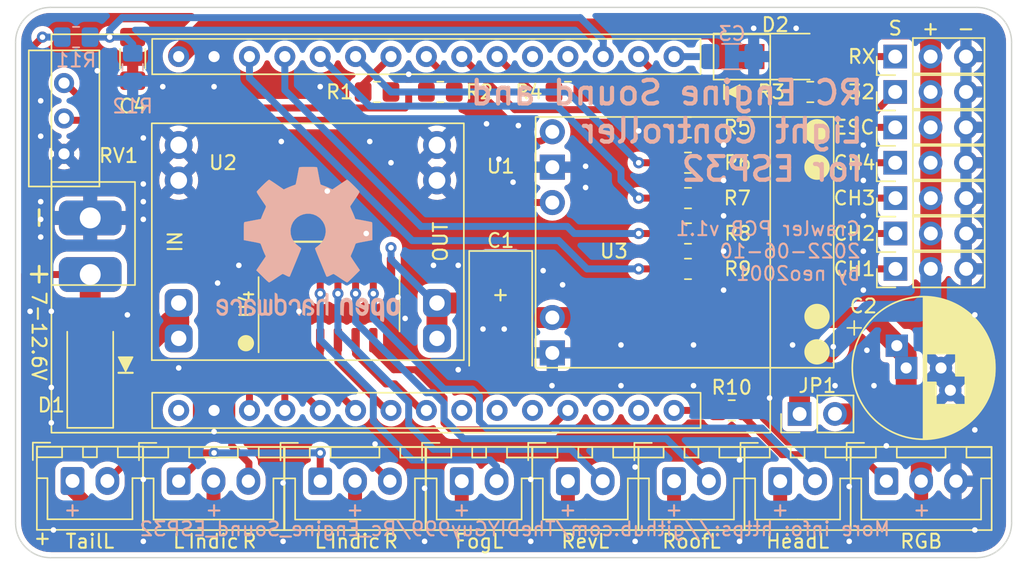
<source format=kicad_pcb>
(kicad_pcb (version 20211014) (generator pcbnew)
  (layers (0 "F.Cu" signal) (31 "B.Cu" signal) (34 "B.Paste" user) (35 "F.Paste" user) (36 "B.SilkS" user "B.Silkscreen") (37 "F.SilkS" user "F.Silkscreen") (38 "B.Mask" user) (39 "F.Mask" user) (44 "Edge.Cuts" user))
  (net 0 "")
  (net 1 "/EN_PIN")
  (net 2 "-BATT")
  (net 3 "VCC")
  (net 4 "D15")
  (net 5 "D2")
  (net 6 "D4")
  (net 7 "D16")
  (net 8 "D17")
  (net 9 "D5")
  (net 11 "VDD")
  (net 12 "/BATT_VIN")
  (net 15 "+BATT")
  (net 16 "D36")
  (net 17 "D3")
  (net 20 "D32")
  (net 21 "D25")
  (net 22 "D26")
  (net 23 "D39")
  (net 25 "/VDD_VIN")
  (net 26 "/RX")
  (net 27 "HEADLIGHTS")
  (net 28 "TAILLIGHTS")
  (net 29 "ROOFLIGHTS")
  (net 30 "REVERSING")
  (net 31 "INDICATOR_L")
  (net 32 "INDICATOR_R")
  (net 33 "/RGB")
  (net 34 "/PIN_32")
  (net 35 "/CH1")
  (net 36 "/CH2")
  (net 37 "/CH3")
  (net 38 "FOGLIGHTS")
  (net 39 "D33")
  (net 40 "D13")
  (net 41 "D12")
  (net 42 "D14")
  (net 43 "/ESC")
  (net 44 "/CH4")
  (net 45 "D27")
  (net 47 "D23")
  (net 49 "/AUDIO_JOINT")
  (net 50 "/AUDIO_INPUT")
  (footprint "cf:PAM8403_NOSPEAKER_BreakoutBoard" (layer "F.Cu") (at 129.032 62.865 -90)
    (fp_text reference "U3")
    (fp_text value "PAM8403_BreakoutBoard")
  )
  (footprint "Connector_PinHeader_2.54mm:PinHeader_1x03_P2.54mm_Vertical" (layer "F.Cu") (at 144.16 62.23 90)
    (fp_text reference "J13")
    (fp_text value "CH2")
  )
  (footprint "Connector_PinHeader_2.54mm:PinHeader_1x03_P2.54mm_Vertical" (layer "F.Cu") (at 144.145 52.07 90)
    (fp_text reference "J11")
    (fp_text value "32")
  )
  (footprint "Resistor_SMD:R_0805_2012Metric_Pad1.20x1.40mm_HandSolder" (layer "F.Cu") (at 111.49 52.07 180)
    (fp_text reference "R1")
    (fp_text value "10kΩ")
  )
  (footprint "Resistor_SMD:R_0805_2012Metric_Pad1.20x1.40mm_HandSolder" (layer "F.Cu") (at 106.95 52.07)
    (fp_text reference "R2")
    (fp_text value "10kΩ")
  )
  (footprint "Connector_JST:JST_XH_B3B-XH-A_1x03_P2.50mm_Vertical" (layer "F.Cu") (at 92.71 80.01)
    (fp_text reference "J7")
    (fp_text value "Indic")
  )
  (footprint "Resistor_SMD:R_0805_2012Metric_Pad1.20x1.40mm_HandSolder" (layer "F.Cu") (at 129.27 59.69)
    (fp_text reference "R7")
    (fp_text value "330Ω")
  )
  (footprint "Capacitor_SMD:C_1206_3216Metric_Pad1.33x1.80mm_HandSolder" (layer "F.Cu") (at 89.408 49.6955 -90)
    (fp_text reference "C4")
    (fp_text value "100nF")
  )
  (footprint "Connector_JST:JST_XH_B2B-XH-A_1x02_P2.50mm_Vertical" (layer "F.Cu") (at 128.27 80.01)
    (fp_text reference "J4")
    (fp_text value "RoofL")
  )
  (footprint "Connector_JST:JST_XH_B2B-XH-A_1x02_P2.50mm_Vertical" (layer "F.Cu") (at 113.03 80.01)
    (fp_text reference "J9")
    (fp_text value "FogL")
  )
  (footprint "Connector_JST:JST_XH_B2B-XH-A_1x02_P2.50mm_Vertical" (layer "F.Cu") (at 85.09 79.993)
    (fp_text reference "J3")
    (fp_text value "TailL")
  )
  (footprint "Capacitor_THT:CP_Radial_D10.0mm_P2.50mm_P5.00mm" (layer "F.Cu") (at 144.932323 71.882)
    (fp_text reference "C2")
    (fp_text value "1mF")
  )
  (footprint "Connector_PinHeader_2.54mm:PinHeader_1x03_P2.54mm_Vertical" (layer "F.Cu") (at 144.16 59.69 90)
    (fp_text reference "J14")
    (fp_text value "CH3")
  )
  (footprint "Potentiometer_THT:Potentiometer_Bourns_3296W_Vertical" (layer "F.Cu") (at 84.48 51.43 90)
    (fp_text reference "RV1")
    (fp_text value "20kΩ")
  )
  (footprint "Connector_PinHeader_2.54mm:PinHeader_1x02_P2.54mm_Vertical" (layer "F.Cu") (at 137.282 75.184 90)
    (fp_text reference "JP1")
    (fp_text value "VCC VDD Bridge")
  )
  (footprint "cf:SO-16_3.9x9.9mm_P1.27mm" (layer "F.Cu") (at 103.505 67.31 90)
    (fp_text reference "U4")
    (fp_text value "ULN2003")
  )
  (footprint "cf:DiodePolaritySilkscreenSymbol" (layer "F.Cu") (at 88.9 72.23)
    (fp_text reference "REF**" hide)
    (fp_text value "DiodePolaritySilkscreenSymbol" hide)
  )
  (footprint "Capacitor_Tantalum_SMD:CP_EIA-7343-30_AVX-N_Pad2.25x2.55mm_HandSolder" (layer "F.Cu") (at 115.824 68.072 -90)
    (fp_text reference "C1")
    (fp_text value "330µF")
  )
  (footprint "Resistor_SMD:R_0805_2012Metric_Pad1.20x1.40mm_HandSolder" (layer "F.Cu") (at 132.4102 74.93)
    (fp_text reference "R10")
    (fp_text value "100Ω")
  )
  (footprint "Resistor_SMD:R_0805_2012Metric_Pad1.20x1.40mm_HandSolder" (layer "F.Cu") (at 129.27 54.61)
    (fp_text reference "R5")
    (fp_text value "330Ω")
  )
  (footprint "Connector_PinHeader_2.54mm:PinHeader_1x03_P2.54mm_Vertical" (layer "F.Cu") (at 144.16 64.77 90)
    (fp_text reference "J12")
    (fp_text value "CH1")
  )
  (footprint "Connector_PinHeader_2.54mm:PinHeader_1x03_P2.54mm_Vertical" (layer "F.Cu") (at 144.145 57.15 90)
    (fp_text reference "J16")
    (fp_text value "CH4")
  )
  (footprint "Resistor_SMD:R_0805_2012Metric_Pad1.20x1.40mm_HandSolder" (layer "F.Cu") (at 129.27 62.23)
    (fp_text reference "R8")
    (fp_text value "330Ω")
  )
  (footprint "Connector_JST:JST_XH_B3B-XH-A_1x03_P2.50mm_Vertical" (layer "F.Cu") (at 102.87 80.01)
    (fp_text reference "J6")
    (fp_text value "Indic")
  )
  (footprint "Connector_JST:JST_XH_B2B-XH-A_1x02_P2.50mm_Vertical" (layer "F.Cu") (at 135.89 80.01)
    (fp_text reference "J2")
    (fp_text value "HeadL")
  )
  (footprint "Resistor_SMD:R_0805_2012Metric_Pad1.20x1.40mm_HandSolder" (layer "F.Cu") (at 129.27 57.15)
    (fp_text reference "R6")
    (fp_text value "330Ω")
  )
  (footprint "Resistor_SMD:R_0805_2012Metric_Pad1.20x1.40mm_HandSolder" (layer "F.Cu") (at 120.65 52.07)
    (fp_text reference "R4")
    (fp_text value "180Ω")
  )
  (footprint "Diode_SMD:D_SMA_Handsoldering" (layer "F.Cu") (at 86.36 71.7804 90)
    (fp_text reference "D1")
    (fp_text value "Battery Polarity Protection")
  )
  (footprint "Connector_PinHeader_2.54mm:PinHeader_1x03_P2.54mm_Vertical" (layer "F.Cu") (at 144.145 54.61 90)
    (fp_text reference "J15")
    (fp_text value "ESC")
  )
  (footprint "cf:MP1584EN_BreakoutBoard" (layer "F.Cu") (at 101.981 62.82 90)
    (fp_text reference "U2")
    (fp_text value "MP1584EN_BreakoutBoard")
  )
  (footprint "cf:DiodePolaritySilkscreenSymbol" (layer "F.Cu") (at 131.87012 52.07 -90)
    (fp_text reference "REF**" hide)
    (fp_text value "DiodePolaritySilkscreenSymbol" hide)
  )
  (footprint "cf:ESP32_DEVKITV1_30PIN" (layer "F.Cu") (at 110.49 62.23)
    (fp_text reference "U1")
    (fp_text value "ESP32_DEVKITV1_30PIN")
  )
  (footprint "Connector_PinHeader_2.54mm:PinHeader_1x03_P2.54mm_Vertical" (layer "F.Cu") (at 144.145 49.53 90)
    (fp_text reference "J1")
    (fp_text value "RX")
  )
  (footprint "cf:InputPowerSolderPads" (layer "F.Cu") (at 86.36 63.1444 180)
    (fp_text reference "J8")
    (fp_text value "Battery input")
  )
  (footprint "Diode_SMD:D_SMA_Handsoldering" (layer "F.Cu") (at 135.509 49.53)
    (fp_text reference "D2")
    (fp_text value "USB Supply Protection")
  )
  (footprint "Connector_JST:JST_XH_B2B-XH-A_1x02_P2.50mm_Vertical" (layer "F.Cu") (at 120.65 80.01)
    (fp_text reference "J5")
    (fp_text value "RevL")
  )
  (footprint "Connector_JST:JST_XH_B3B-XH-A_1x03_P2.50mm_Vertical" (layer "F.Cu") (at 143.51 80.01)
    (fp_text reference "J10")
    (fp_text value "RGB")
  )
  (footprint "Resistor_SMD:R_0805_2012Metric_Pad1.20x1.40mm_HandSolder" (layer "F.Cu") (at 138.049 52.07)
    (fp_text reference "R3")
    (fp_text value "330Ω")
  )
  (footprint "Resistor_SMD:R_0805_2012Metric_Pad1.20x1.40mm_HandSolder" (layer "F.Cu") (at 129.27 64.77)
    (fp_text reference "R9")
    (fp_text value "330Ω")
  )
  (footprint "Capacitor_SMD:C_1206_3216Metric_Pad1.33x1.80mm_HandSolder" (layer "B.Cu") (at 132.4225 49.53)
    (fp_text reference "C3")
    (fp_text value "4.7µF")
  )
  (footprint "Symbol:OSHW-Logo2_14.6x12mm_SilkScreen" (layer "B.Cu") (at 102 63 180)
    (fp_text reference "REF**" hide)
    (fp_text value "OSHW-Logo2_14.6x12mm_SilkScreen" hide)
  )
  (footprint "Resistor_SMD:R_0805_2012Metric_Pad1.20x1.40mm_HandSolder" (layer "B.Cu") (at 89.408 50.292 -90)
    (fp_text reference "R12")
    (fp_text value "100kΩ")
  )
  (footprint "Resistor_SMD:R_0805_2012Metric_Pad1.20x1.40mm_HandSolder" (layer "B.Cu") (at 85.344 48.133)
    (fp_text reference "R11")
    (fp_text value "22kΩ")
  )
  (gr_circle (center 97.536 70.104) (end 98.044 70.104) (layer "F.SilkS") (width 0.15) (fill solid))
  (gr_line (start 152.5 48.5) (end 152.5 83) (layer "Edge.Cuts") (width 0.1))
  (gr_arc (start 150 46) (mid 151.767767 46.732233) (end 152.5 48.5) (layer "Edge.Cuts") (width 0.1))
  (gr_line (start 83.5 46) (end 150 46) (layer "Edge.Cuts") (width 0.1))
  (gr_arc (start 83.5 85.5) (mid 81.732233 84.767767) (end 81 83) (layer "Edge.Cuts") (width 0.1))
  (gr_line (start 150 85.5) (end 83.5 85.5) (layer "Edge.Cuts") (width 0.1))
  (gr_arc (start 152.5 83) (mid 151.767767 84.767767) (end 150 85.5) (layer "Edge.Cuts") (width 0.1))
  (gr_line (start 81 83) (end 81 48.5) (layer "Edge.Cuts") (width 0.1))
  (gr_arc (start 81 48.5) (mid 81.732233 46.732233) (end 83.5 46) (layer "Edge.Cuts") (width 0.1))
  (gr_text "More info: https://github.com/TheDIYGuy999/Rc_Engine_Sound_ESP32" (at 116.84 83.439) (layer "B.SilkS") (effects (font (size 1 1)) (justify mirror)))
  (gr_text "+" (at 113.03 82.042) (layer "B.SilkS") (effects (font (size 1 1))))
  (gr_text "+" (at 128.27 82.042) (layer "B.SilkS") (effects (font (size 1 1))))
  (gr_text "Crawler PCB v1.1\n2022-06-10\nby neo2001" (at 141.732 63.5) (layer "B.SilkS") (effects (font (size 1 1)) (justify left mirror)))
  (gr_text "+" (at 120.65 82.042) (layer "B.SilkS") (effects (font (size 1 1))))
  (gr_text "+" (at 105.37 82.042) (layer "B.SilkS") (effects (font (size 1 1))))
  (gr_text "RC Engine Sound and\nLight Controller\nfor ESP32" (at 141.986 54.864) (layer "B.SilkS") (effects (font (size 1.7 1.7) (thickness 0.3)) (justify left mirror)))
  (gr_text "+" (at 85.09 82.042) (layer "B.SilkS") (effects (font (size 1 1))))
  (gr_text "+" (at 146.05 82.042) (layer "B.SilkS") (effects (font (size 1 1))))
  (gr_text "+" (at 95.25 82.042) (layer "B.SilkS") (effects (font (size 1 1))))
  (gr_text "+" (at 135.89 82.042) (layer "B.SilkS") (effects (font (size 1 1))))
  (gr_text "L" (at 92.71 84.328) (layer "F.SilkS") (effects (font (size 1 1))))
  (gr_text "R" (at 97.79 84.328) (layer "F.SilkS") (effects (font (size 1 1))))
  (gr_text "+" (at 115.81 66.58) (layer "F.SilkS") (effects (font (size 1 1))))
  (gr_text "+" (at 82.931 84.074) (layer "F.SilkS") (effects (font (size 1 1))))
  (gr_text "7-12.6V" (at 82.677 69.596 270) (layer "F.SilkS") (effects (font (size 1 1))))
  (gr_text "+" (at 146.685 47.498) (layer "F.SilkS") (effects (font (size 1 1))))
  (gr_text "L" (at 102.87 84.328) (layer "F.SilkS") (effects (font (size 1 1))))
  (gr_text "-" (at 149.225 47.498) (layer "F.SilkS") (effects (font (size 1 1))))
  (gr_text "S" (at 144.145 47.498) (layer "F.SilkS") (effects (font (size 1 1))))
  (gr_text "R" (at 107.95 84.328) (layer "F.SilkS") (effects (font (size 1 1))))
  (segment (start 128.27 49.53) (end 130.86 49.53) (width 0.5) (layer "B.Cu") (net 1))
  (via (at 108.966 68.326) (size 0.8) (drill 0.4) (layers "F.Cu" "B.Cu") (net 2))
  (via (at 142.113 70.612) (size 0.8) (drill 0.4) (layers "F.Cu" "B.Cu") (net 2))
  (via (at 141.859 58.42) (size 0.8) (drill 0.4) (layers "F.Cu" "B.Cu") (net 2))
  (via (at 124.46 73.152) (size 0.8) (drill 0.4) (layers "F.Cu" "B.Cu") (net 2))
  (via (at 110.363 80.518) (size 0.8) (drill 0.4) (layers "F.Cu" "B.Cu") (net 2))
  (via (at 112.776 72.009) (size 0.8) (drill 0.4) (layers "F.Cu" "B.Cu") (net 2))
  (via (at 149.86 68.072) (size 0.8) (drill 0.4) (layers "F.Cu" "B.Cu") (net 2))
  (via (at 82.804 59.944) (size 0.8) (drill 0.4) (layers "F.Cu" "B.Cu") (net 2))
  (via (at 82.804 62.484) (size 0.8) (drill 0.4) (layers "F.Cu" "B.Cu") (net 2))
  (via (at 83.566 73.279) (size 0.8) (drill 0.4) (layers "F.Cu" "B.Cu") (net 2))
  (via (at 143.51 77.47) (size 0.8) (drill 0.4) (layers "F.Cu" "B.Cu") (net 2))
  (via (at 118.872 64.897) (size 0.8) (drill 0.4) (layers "F.Cu" "B.Cu") (net 2))
  (via (at 90.17 84.328) (size 0.8) (drill 0.4) (layers "F.Cu" "B.Cu") (net 2))
  (via (at 90.17 61.214) (size 0.8) (drill 0.4) (layers "F.Cu" "B.Cu") (net 2))
  (via (at 83.7184 83.5152) (size 0.8) (drill 0.4) (layers "F.Cu" "B.Cu") (net 2))
  (via (at 131.826 63.5) (size 0.8) (drill 0.4) (layers "F.Cu" "B.Cu") (net 2))
  (via (at 82.042 67.818) (size 0.8) (drill 0.4) (layers "F.Cu" "B.Cu") (net 2))
  (via (at 82.804 52.705) (size 0.8) (drill 0.4) (layers "F.Cu" "B.Cu") (net 2))
  (via (at 149.86 83.5152) (size 0.8) (drill 0.4) (layers "F.Cu" "B.Cu") (net 2))
  (via (at 89.027 68.072) (size 0.8) (drill 0.4) (layers "F.Cu" "B.Cu") (net 2))
  (via (at 132.969 84.328) (size 0.8) (drill 0.4) (layers "F.Cu" "B.Cu") (net 2))
  (via (at 90.17 58.674) (size 0.8) (drill 0.4) (layers "F.Cu" "B.Cu") (net 2))
  (via (at 141.859 55.88) (size 0.8) (drill 0.4) (layers "F.Cu" "B.Cu") (net 2))
  (via (at 125.73 54.864) (size 0.8) (drill 0.4) (layers "F.Cu" "B.Cu") (net 2))
  (via (at 86.868 50.546) (size 0.8) (drill 0.4) (layers "F.Cu" "B.Cu") (net 2))
  (via (at 133.985 47.498) (size 0.8) (drill 0.4) (layers "F.Cu" "B.Cu") (net 2))
  (via (at 97.028 64.516) (size 0.8) (drill 0.4) (layers "F.Cu" "B.Cu") (net 2))
  (via (at 135.128 74.041) (size 0.8) (drill 0.4) (layers "F.Cu" "B.Cu") (net 2))
  (via (at 116.713 58.547) (size 0.8) (drill 0.4) (layers "F.Cu" "B.Cu") (net 2))
  (via (at 141.859 66.294) (size 0.8) (drill 0.4) (layers "F.Cu" "B.Cu") (net 2))
  (via (at 106.807 77.343) (size 0.8) (drill 0.4) (layers "F.Cu" "B.Cu") (net 2))
  (via (at 90.17 79.883) (size 0.8) (drill 0.4) (layers "F.Cu" "B.Cu") (net 2))
  (via (at 114.554 69.088) (size 0.8) (drill 0.4) (layers "F.Cu" "B.Cu") (net 2))
  (via (at 90.17 55.372) (size 0.8) (drill 0.4) (layers "F.Cu" "B.Cu") (net 2))
  (via (at 120.269 65.913) (size 0.8) (drill 0.4) (layers "F.Cu" "B.Cu") (net 2))
  (via (at 95.25 51.689) (size 0.8) (drill 0.4) (layers "F.Cu" "B.Cu") (net 2))
  (via (at 106.426 55.626) (size 0.8) (drill 0.4) (layers "F.Cu" "B.Cu") (net 2))
  (via (at 137.033 47.498) (size 0.8) (drill 0.4) (layers "F.Cu" "B.Cu") (net 2))
  (via (at 131.826 55.88) (size 0.8) (drill 0.4) (layers "F.Cu" "B.Cu") (net 2))
  (via (at 124.46 70.231) (size 0.8) (drill 0.4) (layers "F.Cu" "B.Cu") (net 2))
  (via (at 139.827 73.152) (size 0.8) (drill 0.4) (layers "F.Cu" "B.Cu") (net 2))
  (via (at 131.826 66.294) (size 0.8) (drill 0.4) (layers "F.Cu" "B.Cu") (net 2))
  (via (at 129.667 70.231) (size 0.8) (drill 0.4) (layers "F.Cu" "B.Cu") (net 2))
  (via (at 121.92 58.928) (size 0.8) (drill 0.4) (layers "F.Cu" "B.Cu") (net 2))
  (via (at 116.078 69.088) (size 0.8) (drill 0.4) (layers "F.Cu" "B.Cu") (net 2))
  (via (at 90.17 59.944) (size 0.8) (drill 0.4) (layers "F.Cu" "B.Cu") (net 2))
  (via (at 110.998 64.516) (size 0.8) (drill 0.4) (layers "F.Cu" "B.Cu") (net 2))
  (via (at 140.843 80.391) (size 0.8) (drill 0.4) (layers "F.Cu" "B.Cu") (net 2))
  (via (at 82.804 55.245) (size 0.8) (drill 0.4) (layers "F.Cu" "B.Cu") (net 2))
  (via (at 91.567 51.689) (size 0.8) (drill 0.4) (layers "F.Cu" "B.Cu") (net 2))
  (via (at 129.667 73.152) (size 0.8) (drill 0.4) (layers "F.Cu" "B.Cu") (net 2))
  (via (at 141.859 60.96) (size 0.8) (drill 0.4) (layers "F.Cu" "B.Cu") (net 2))
  (via (at 140.843 84.328) (size 0.8) (drill 0.4) (layers "F.Cu" "B.Cu") (net 2))
  (via (at 117.983 79.883) (size 0.8) (drill 0.4) (layers "F.Cu" "B.Cu") (net 2))
  (via (at 100.203 84.328) (size 0.8) (drill 0.4) (layers "F.Cu" "B.Cu") (net 2))
  (via (at 136.779 70.231) (size 0.8) (drill 0.4) (layers "F.Cu" "B.Cu") (net 2))
  (via (at 107.95 57.15) (size 0.8) (drill 0.4) (layers "F.Cu" "B.Cu") (net 2))
  (via (at 132.969 78.486) (size 0.8) (drill 0.4) (layers "F.Cu" "B.Cu") (net 2))
  (via (at 112.776 64.516) (size 0.8) (drill 0.4) (layers "F.Cu" "B.Cu") (net 2))
  (via (at 141.859 63.5) (size 0.8) (drill 0.4) (layers "F.Cu" "B.Cu") (net 2))
  (via (at 119.507 73.152) (size 0.8) (drill 0.4) (layers "F.Cu" "B.Cu") (net 2))
  (via (at 83.566 67.818) (size 0.8) (drill 0.4) (layers "F.Cu" "B.Cu") (net 2))
  (via (at 121.92 57.404) (size 0.8) (drill 0.4) (layers "F.Cu" "B.Cu") (net 2))
  (via (at 83.566 75.819) (size 0.8) (drill 0.4) (layers "F.Cu" "B.Cu") (net 2))
  (via (at 125.476 78.994) (size 0.8) (drill 0.4) (layers "F.Cu" "B.Cu") (net 2))
  (via (at 114.808 54.356) (size 0.8) (drill 0.4) (layers "F.Cu" "B.Cu") (net 2))
  (via (at 102.87 51.689) (size 0.8) (drill 0.4) (layers "F.Cu" "B.Cu") (net 2))
  (via (at 100.203 80.137) (size 0.8) (drill 0.4) (layers "F.Cu" "B.Cu") (net 2))
  (via (at 131.826 58.42) (size 0.8) (drill 0.4) (layers "F.Cu" "B.Cu") (net 2))
  (via (at 117.094 54.483) (size 0.8) (drill 0.4) (layers "F.Cu" "B.Cu") (net 2))
  (via (at 110.363 84.328) (size 0.8) (drill 0.4) (layers "F.Cu" "B.Cu") (net 2))
  (via (at 92.71 71.882) (size 0.8) (drill 0.4) (layers "F.Cu" "B.Cu") (net 2))
  (via (at 125.476 84.328) (size 0.8) (drill 0.4) (layers "F.Cu" "B.Cu") (net 2))
  (via (at 117.983 84.328) (size 0.8) (drill 0.4) (layers "F.Cu" "B.Cu") (net 2))
  (via (at 106.172 62.23) (size 0.8) (drill 0.4) (layers "F.Cu" "B.Cu") (net 2))
  (via (at 101.346 67.818) (size 0.8) (drill 0.4) (layers "F.Cu" "B.Cu") (net 2))
  (via (at 82.804 61.214) (size 0.8) (drill 0.4) (layers "F.Cu" "B.Cu") (net 2))
  (via (at 131.826 60.96) (size 0.8) (drill 0.4) (layers "F.Cu" "B.Cu") (net 2))
  (via (at 100.076 55.626) (size 0.8) (drill 0.4) (layers "F.Cu" "B.Cu") (net 2))
  (via (at 103.378 59.182) (size 0.8) (drill 0.4) (layers "F.Cu" "B.Cu") (net 2))
  (via (at 149.86 76.327) (size 0.8) (drill 0.4) (layers "F.Cu" "B.Cu") (net 2))
  (via (at 115.697 56.896) (size 0.8) (drill 0.4) (layers "F.Cu" "B.Cu") (net 2))
  (via (at 95.25 76.454) (size 0.8) (drill 0.4) (layers "F.Cu" "B.Cu") (net 2))
  (via (at 108.458 66.802) (size 0.8) (drill 0.4) (layers "F.Cu" "B.Cu") (net 2))
  (via (at 109.22 50.8) (size 0.8) (drill 0.4) (layers "F.Cu" "B.Cu") (net 2))
  (via (at 142.621 73.152) (size 0.8) (drill 0.4) (layers "F.Cu" "B.Cu") (net 2))
  (via (at 95.504 65.786) (size 0.8) (drill 0.4) (layers "F.Cu" "B.Cu") (net 2))
  (segment (start 94.996 82.55) (end 86.995 82.55) (width 1) (layer "F.Cu") (net 3))
  (segment (start 118.135 68.2625) (end 117.0925 67.22) (width 1.5) (layer "F.Cu") (net 3))
  (segment (start 146.01 76.411699) (end 146.01 80.01) (width 1.5) (layer "F.Cu") (net 3))
  (segment (start 146.01 80.01) (end 146.01 81.574) (width 1) (layer "F.Cu") (net 3))
  (segment (start 144.261386 70.220386) (end 142.3035 68.2625) (width 1.5) (layer "F.Cu") (net 3))
  (segment (start 135.89 82.55) (end 128.27 82.55) (width 1) (layer "F.Cu") (net 3))
  (segment (start 115.824 64.872) (end 115.824 67.056) (width 1.5) (layer "F.Cu") (net 3))
  (segment (start 115.824 67.056) (end 115.988 67.22) (width 1.5) (layer "F.Cu") (net 3))
  (segment (start 144.782301 75.184) (end 144.932323 75.334022) (width 1.5) (layer "F.Cu") (net 3))
  (segment (start 113.03 80.01) (end 113.03 82.55) (width 1) (layer "F.Cu") (net 3))
  (segment (start 128.27 82.55) (end 120.65 82.55) (width 1) (layer "F.Cu") (net 3))
  (segment (start 135.89 80.01) (end 135.89 82.55) (width 1) (layer "F.Cu") (net 3))
  (segment (start 145.034 82.55) (end 135.89 82.55) (width 1) (layer "F.Cu") (net 3))
  (segment (start 107.95 64.735) (end 107.95 63.246) (width 0.5) (layer "F.Cu") (net 3))
  (segment (start 120.65 80.01) (end 120.65 82.55) (width 1) (layer "F.Cu") (net 3))
  (segment (start 144.932323 71.882) (end 144.932323 75.334022) (width 1.5) (layer "F.Cu") (net 3))
  (segment (start 144.932323 70.952937) (end 144.261386 70.282) (width 1.5) (layer "F.Cu") (net 3))
  (segment (start 95.21 82.336) (end 94.996 82.55) (width 1) (layer "F.Cu") (net 3))
  (segment (start 146.01 81.574) (end 145.034 82.55) (width 1) (layer "F.Cu") (net 3))
  (segment (start 111.252 67.22) (end 111.252 69.76) (width 1.5) (layer "F.Cu") (net 3))
  (segment (start 144.932323 71.882) (end 144.932323 70.952937) (width 1.5) (layer "F.Cu") (net 3))
  (segment (start 120.65 82.55) (end 113.03 82.55) (width 1) (layer "F.Cu") (net 3))
  (segment (start 113.03 82.55) (end 105.156 82.55) (width 1) (layer "F.Cu") (net 3))
  (segment (start 105.156 82.55) (end 94.996 82.55) (width 1) (layer "F.Cu") (net 3))
  (segment (start 117.0925 67.22) (end 115.988 67.22) (width 1.5) (layer "F.Cu") (net 3))
  (segment (start 105.37 80.01) (end 105.37 82.336) (width 1) (layer "F.Cu") (net 3))
  (segment (start 144.261386 70.282) (end 144.261386 70.220386) (width 1.5) (layer "F.Cu") (net 3))
  (segment (start 86.995 82.55) (end 85.09 80.645) (width 1) (layer "F.Cu") (net 3))
  (segment (start 139.822 75.184) (end 144.782301 75.184) (width 1.5) (layer "F.Cu") (net 3))
  (segment (start 95.21 80.01) (end 95.21 82.336) (width 1) (layer "F.Cu") (net 3))
  (segment (start 85.09 80.645) (end 85.09 80.01) (width 1) (layer "F.Cu") (net 3))
  (segment (start 144.932323 75.334022) (end 146.01 76.411699) (width 1.5) (layer "F.Cu") (net 3))
  (segment (start 105.37 82.336) (end 105.156 82.55) (width 1) (layer "F.Cu") (net 3))
  (segment (start 142.3035 68.2625) (end 118.135 68.2625) (width 1.5) (layer "F.Cu") (net 3))
  (segment (start 111.252 67.22) (end 115.988 67.22) (width 1.5) (layer "F.Cu") (net 3))
  (segment (start 128.27 80.01) (end 128.27 82.55) (width 1) (layer "F.Cu") (net 3))
  (via (at 107.95 63.246) (size 0.8) (drill 0.4) (layers "F.Cu" "B.Cu") (net 3))
  (segment (start 107.95 64.09) (end 111.08 67.22) (width 0.5) (layer "B.Cu") (net 3))
  (segment (start 107.95 63.246) (end 107.95 64.09) (width 0.5) (layer "B.Cu") (net 3))
  (segment (start 99.06 71.755) (end 99.06 69.885) (width 0.5) (layer "F.Cu") (net 4))
  (segment (start 97.79 74.93) (end 97.79 73.025) (width 0.5) (layer "F.Cu") (net 4))
  (segment (start 97.79 73.025) (end 99.06 71.755) (width 0.5) (layer "F.Cu") (net 4))
  (segment (start 100.33 74.93) (end 100.33 69.885) (width 0.5) (layer "F.Cu") (net 5))
  (segment (start 101.6 73.66) (end 101.6 69.885) (width 0.5) (layer "F.Cu") (net 6))
  (segment (start 102.87 74.93) (end 101.6 73.66) (width 0.5) (layer "F.Cu") (net 6))
  (segment (start 105.41 74.93) (end 102.87 72.39) (width 0.5) (layer "F.Cu") (net 7))
  (segment (start 102.87 72.39) (end 102.87 69.885) (width 0.5) (layer "F.Cu") (net 7))
  (segment (start 107.6325 74.93) (end 104.14 71.4375) (width 0.5) (layer "F.Cu") (net 8))
  (segment (start 104.14 71.4375) (end 104.14 69.885) (width 0.5) (layer "F.Cu") (net 8))
  (segment (start 107.569 73.025) (end 105.41 70.866) (width 0.5) (layer "F.Cu") (net 9))
  (segment (start 110.13573 74.93) (end 108.23073 73.025) (width 0.5) (layer "F.Cu") (net 9))
  (segment (start 105.41 70.866) (end 105.41 69.885) (width 0.5) (layer "F.Cu") (net 9))
  (segment (start 108.23073 73.025) (end 107.569 73.025) (width 0.5) (layer "F.Cu") (net 9))
  (segment (start 139.9902 47.5488) (end 138.009 49.53) (width 1.5) (layer "F.Cu") (net 11))
  (segment (start 146.685 48.327919) (end 145.905881 47.5488) (width 1.5) (layer "F.Cu") (net 11))
  (segment (start 145.905881 47.5488) (end 139.9902 47.5488) (width 1.5) (layer "F.Cu") (net 11))
  (segment (start 139.7 70.358) (end 137.282 72.776) (width 1.5) (layer "F.Cu") (net 11))
  (segment (start 146.685 49.53) (end 146.685 48.327919) (width 1.5) (layer "F.Cu") (net 11))
  (segment (start 137.282 72.776) (end 137.282 75.184) (width 1.5) (layer "F.Cu") (net 11))
  (segment (start 146.7 64.77) (end 146.7 49.545) (width 1.5) (layer "F.Cu") (net 11))
  (via (at 139.7 70.358) (size 0.8) (drill 0.4) (layers "F.Cu" "B.Cu") (net 11))
  (segment (start 145.796 67.818) (end 146.7 66.914) (width 1.5) (layer "B.Cu") (net 11))
  (segment (start 142.24 67.818) (end 145.796 67.818) (width 1.5) (layer "B.Cu") (net 11))
  (segment (start 146.7 66.914) (end 146.7 64.77) (width 1.5) (layer "B.Cu") (net 11))
  (segment (start 139.7 70.358) (end 142.24 67.818) (width 1.5) (layer "B.Cu") (net 11))
  (segment (start 92.71 67.22) (end 92.71 68.58) (width 1.5) (layer "F.Cu") (net 12))
  (segment (start 92.075 68.58) (end 92.71 68.58) (width 1.5) (layer "F.Cu") (net 12))
  (segment (start 86.3746 74.2804) (end 92.075 68.58) (width 1.5) (layer "F.Cu") (net 12))
  (segment (start 92.71 68.58) (end 92.71 69.76) (width 1.5) (layer "F.Cu") (net 12))
  (segment (start 81.788 64.135) (end 81.788 49.276) (width 0.5) (layer "F.Cu") (net 15))
  (segment (start 82.8294 65.1764) (end 81.788 64.135) (width 0.5) (layer "F.Cu") (net 15))
  (segment (start 86.36 65.1764) (end 86.36 69.2804) (width 1.5) (layer "F.Cu") (net 15))
  (segment (start 81.788 49.276) (end 82.931 48.133) (width 0.5) (layer "F.Cu") (net 15))
  (segment (start 86.36 65.1764) (end 82.8294 65.1764) (width 0.5) (layer "F.Cu") (net 15))
  (via (at 82.931 48.133) (size 0.8) (drill 0.4) (layers "F.Cu" "B.Cu") (net 15))
  (segment (start 82.931 48.133) (end 84.344 48.133) (width 0.5) (layer "B.Cu") (net 15))
  (segment (start 131.064 52.07) (end 137.049 52.07) (width 0.5) (layer "F.Cu") (net 16))
  (segment (start 125.73 49.53) (end 127.381 51.181) (width 0.5) (layer "F.Cu") (net 16))
  (segment (start 130.175 51.181) (end 131.064 52.07) (width 0.5) (layer "F.Cu") (net 16))
  (segment (start 127.381 51.181) (end 130.175 51.181) (width 0.5) (layer "F.Cu") (net 16))
  (segment (start 119.253 76.327) (end 120.65 74.93) (width 0.5) (layer "F.Cu") (net 17))
  (segment (start 106.68 69.885) (end 106.68 70.538764) (width 0.5) (layer "F.Cu") (net 17))
  (segment (start 112.268 76.327) (end 119.253 76.327) (width 0.5) (layer "F.Cu") (net 17))
  (segment (start 108.150236 72.009) (end 109.728 72.009) (width 0.5) (layer "F.Cu") (net 17))
  (segment (start 111.76 74.041) (end 111.76 75.819) (width 0.5) (layer "F.Cu") (net 17))
  (segment (start 109.728 72.009) (end 111.76 74.041) (width 0.5) (layer "F.Cu") (net 17))
  (segment (start 111.76 75.819) (end 112.268 76.327) (width 0.5) (layer "F.Cu") (net 17))
  (segment (start 106.68 70.538764) (end 108.150236 72.009) (width 0.5) (layer "F.Cu") (net 17))
  (segment (start 118.11 52.07) (end 119.65 52.07) (width 0.5) (layer "F.Cu") (net 20))
  (segment (start 115.57 49.53) (end 118.11 52.07) (width 0.5) (layer "F.Cu") (net 20))
  (segment (start 110.49 49.53) (end 112.49 51.53) (width 0.5) (layer "F.Cu") (net 21))
  (segment (start 112.49 51.53) (end 112.49 52.07) (width 0.5) (layer "F.Cu") (net 21))
  (segment (start 105.95 51.53) (end 105.95 52.07) (width 0.5) (layer "F.Cu") (net 22))
  (segment (start 107.95 49.53) (end 105.95 51.53) (width 0.5) (layer "F.Cu") (net 22))
  (segment (start 87.757 48.133) (end 89.408 48.133) (width 0.5) (layer "F.Cu") (net 23))
  (via (at 87.757 48.133) (size 0.8) (drill 0.4) (layers "F.Cu" "B.Cu") (net 23))
  (segment (start 87.757 48.133) (end 88.9 48.133) (width 0.5) (layer "B.Cu") (net 23))
  (segment (start 89.408 48.641) (end 89.408 49.292) (width 0.5) (layer "B.Cu") (net 23))
  (segment (start 87.757 48.133) (end 87.757 47.625) (width 0.5) (layer "B.Cu") (net 23))
  (segment (start 88.646 46.736) (end 121.539 46.736) (width 0.5) (layer "B.Cu") (net 23))
  (segment (start 121.539 46.736) (end 123.19 48.387) (width 0.5) (layer "B.Cu") (net 23))
  (segment (start 88.9 48.133) (end 89.408 48.641) (width 0.5) (layer "B.Cu") (net 23))
  (segment (start 87.757 47.625) (end 88.646 46.736) (width 0.5) (layer "B.Cu") (net 23))
  (segment (start 86.344 48.133) (end 87.757 48.133) (width 0.5) (layer "B.Cu") (net 23))
  (segment (start 123.19 48.387) (end 123.19 49.53) (width 0.5) (layer "B.Cu") (net 23))
  (segment (start 92.71 49.446846) (end 92.71 49.53) (width 1.5) (layer "F.Cu") (net 25))
  (segment (start 131.0278 47.5488) (end 94.608046 47.5488) (width 1.5) (layer "F.Cu") (net 25))
  (segment (start 94.608046 47.5488) (end 92.71 49.446846) (width 1.5) (layer "F.Cu") (net 25))
  (segment (start 133.009 49.53) (end 131.0278 47.5488) (width 1.5) (layer "F.Cu") (net 25))
  (segment (start 140.208 52.07) (end 142.748 49.53) (width 0.5) (layer "F.Cu") (net 26))
  (segment (start 142.748 49.53) (end 144.145 49.53) (width 0.5) (layer "F.Cu") (net 26))
  (segment (start 139.049 52.07) (end 140.208 52.07) (width 0.5) (layer "F.Cu") (net 26))
  (segment (start 106.68 64.735) (end 106.68 66.548) (width 0.5) (layer "F.Cu") (net 27))
  (via (at 106.68 66.548) (size 0.8) (drill 0.4) (layers "F.Cu" "B.Cu") (net 27))
  (segment (start 106.68 68.326) (end 111.76 73.406) (width 0.5) (layer "B.Cu") (net 27))
  (segment (start 114.3 75.692) (end 114.808 76.2) (width 0.5) (layer "B.Cu") (net 27))
  (segment (start 134.58 76.2) (end 138.39 80.01) (width 0.5) (layer "B.Cu") (net 27))
  (segment (start 114.3 73.914) (end 114.3 75.692) (width 0.5) (layer "B.Cu") (net 27))
  (segment (start 114.808 76.2) (end 134.58 76.2) (width 0.5) (layer "B.Cu") (net 27))
  (segment (start 106.68 66.548) (end 106.68 68.326) (width 0.5) (layer "B.Cu") (net 27))
  (segment (start 113.792 73.406) (end 114.3 73.914) (width 0.5) (layer "B.Cu") (net 27))
  (segment (start 111.76 73.406) (end 113.792 73.406) (width 0.5) (layer "B.Cu") (net 27))
  (segment (start 94.8436 71.8058) (end 93.5482 73.1012) (width 0.5) (layer "F.Cu") (net 28))
  (segment (start 93.5482 73.1012) (end 91.5162 73.1012) (width 0.5) (layer "F.Cu") (net 28))
  (segment (start 90.1954 77.3876) (end 87.59 79.993) (width 0.5) (layer "F.Cu") (net 28))
  (segment (start 99.06 64.897) (end 94.8436 69.1134) (width 0.5) (layer "F.Cu") (net 28))
  (segment (start 94.8436 69.1134) (end 94.8436 71.8058) (width 0.5) (layer "F.Cu") (net 28))
  (segment (start 91.5162 73.1012) (end 90.1954 74.422) (width 0.5) (layer "F.Cu") (net 28))
  (segment (start 90.1954 74.422) (end 90.1954 77.3876) (width 0.5) (layer "F.Cu") (net 28))
  (segment (start 105.41 64.735) (end 105.41 66.548) (width 0.5) (layer "F.Cu") (net 29))
  (via (at 105.41 66.548) (size 0.8) (drill 0.4) (layers "F.Cu" "B.Cu") (net 29))
  (segment (start 110.49 73.66) (end 110.998 73.66) (width 0.5) (layer "B.Cu") (net 29))
  (segment (start 105.41 68.58) (end 110.49 73.66) (width 0.5) (layer "B.Cu") (net 29))
  (segment (start 113.15904 76.962) (end 127.722 76.962) (width 0.5) (layer "B.Cu") (net 29))
  (segment (start 111.76 75.56296) (end 113.15904 76.962) (width 0.5) (layer "B.Cu") (net 29))
  (segment (start 127.722 76.962) (end 130.77 80.01) (width 0.5) (layer "B.Cu") (net 29))
  (segment (start 111.76 74.422) (end 111.76 75.56296) (width 0.5) (layer "B.Cu") (net 29))
  (segment (start 105.41 66.548) (end 105.41 68.58) (width 0.5) (layer "B.Cu") (net 29))
  (segment (start 110.998 73.66) (end 111.76 74.422) (width 0.5) (layer "B.Cu") (net 29))
  (segment (start 104.14 64.735) (end 104.14 66.548) (width 0.5) (layer "F.Cu") (net 30))
  (via (at 104.14 66.548) (size 0.8) (drill 0.4) (layers "F.Cu" "B.Cu") (net 30))
  (segment (start 104.14 69.255817) (end 109.22 74.335817) (width 0.5) (layer "B.Cu") (net 30))
  (segment (start 120.864 77.724) (end 123.15 80.01) (width 0.5) (layer "B.Cu") (net 30))
  (segment (start 110.998 77.724) (end 120.864 77.724) (width 0.5) (layer "B.Cu") (net 30))
  (segment (start 109.22 75.946) (end 110.998 77.724) (width 0.5) (layer "B.Cu") (net 30))
  (segment (start 109.22 74.335817) (end 109.22 75.946) (width 0.5) (layer "B.Cu") (net 30))
  (segment (start 104.14 66.548) (end 104.14 69.255817) (width 0.5) (layer "B.Cu") (net 30))
  (segment (start 93.98 73.914) (end 93.98 77.978) (width 0.5) (layer "F.Cu") (net 31))
  (segment (start 102.87 77.978) (end 102.87 80.01) (width 0.5) (layer "F.Cu") (net 31))
  (segment (start 95.6818 69.9262) (end 95.6818 72.2122) (width 0.5) (layer "F.Cu") (net 31))
  (segment (start 95.25 77.978) (end 93.98 77.978) (width 0.5) (layer "F.Cu") (net 31))
  (segment (start 93.98 77.978) (end 93.98 78.74) (width 0.5) (layer "F.Cu") (net 31))
  (segment (start 100.33 65.278) (end 95.6818 69.9262) (width 0.5) (layer "F.Cu") (net 31))
  (segment (start 95.6818 72.2122) (end 93.98 73.914) (width 0.5) (layer "F.Cu") (net 31))
  (segment (start 93.98 78.74) (end 92.71 80.01) (width 0.5) (layer "F.Cu") (net 31))
  (via (at 102.87 77.978) (size 0.8) (drill 0.4) (layers "F.Cu" "B.Cu") (net 31))
  (via (at 95.25 77.978) (size 0.8) (drill 0.4) (layers "F.Cu" "B.Cu") (net 31))
  (segment (start 102.87 77.978) (end 95.25 77.978) (width 0.5) (layer "B.Cu") (net 31))
  (segment (start 101.6 64.735) (end 101.6 65.622151) (width 0.5) (layer "F.Cu") (net 32))
  (segment (start 101.6 65.622151) (end 96.52 70.702151) (width 0.5) (layer "F.Cu") (net 32))
  (segment (start 97.75 78.7) (end 97.75 80.01) (width 0.5) (layer "F.Cu") (net 32))
  (segment (start 96.52 76.454) (end 104.314 76.454) (width 0.5) (layer "F.Cu") (net 32))
  (segment (start 96.52 77.47) (end 97.75 78.7) (width 0.5) (layer "F.Cu") (net 32))
  (segment (start 96.52 70.702151) (end 96.52 77.47) (width 0.5) (layer "F.Cu") (net 32))
  (segment (start 104.314 76.454) (end 107.87 80.01) (width 0.5) (layer "F.Cu") (net 32))
  (segment (start 133.4102 74.93) (end 133.4102 75.4982) (width 0.5) (layer "F.Cu") (net 33))
  (segment (start 133.4102 75.4982) (end 136.017 78.105) (width 0.5) (layer "F.Cu") (net 33))
  (segment (start 136.017 78.105) (end 141.605 78.105) (width 0.5) (layer "F.Cu") (net 33))
  (segment (start 141.605 78.105) (end 143.51 80.01) (width 0.5) (layer "F.Cu") (net 33))
  (segment (start 130.048 52.324) (end 131.2926 53.5686) (width 0.5) (layer "F.Cu") (net 34))
  (segment (start 121.888 52.324) (end 130.048 52.324) (width 0.5) (layer "F.Cu") (net 34))
  (segment (start 142.6464 53.5686) (end 144.145 52.07) (width 0.5) (layer "F.Cu") (net 34))
  (segment (start 131.2926 53.5686) (end 142.6464 53.5686) (width 0.5) (layer "F.Cu") (net 34))
  (segment (start 130.27 64.77) (end 144.16 64.77) (width 0.5) (layer "F.Cu") (net 35))
  (segment (start 130.27 62.23) (end 144.16 62.23) (width 0.5) (layer "F.Cu") (net 36))
  (segment (start 130.27 59.69) (end 144.16 59.69) (width 0.5) (layer "F.Cu") (net 37))
  (segment (start 102.87 64.735) (end 102.87 66.548) (width 0.5) (layer "F.Cu") (net 38))
  (via (at 102.87 66.548) (size 0.8) (drill 0.4) (layers "F.Cu" "B.Cu") (net 38))
  (segment (start 102.87 69.85) (end 106.68 73.66) (width 0.5) (layer "B.Cu") (net 38))
  (segment (start 106.68 75.692) (end 109.474 78.486) (width 0.5) (layer "B.Cu") (net 38))
  (segment (start 109.474 78.486) (end 115.062 78.486) (width 0.5) (layer "B.Cu") (net 38))
  (segment (start 115.53 78.954) (end 115.53 80.01) (width 0.5) (layer "B.Cu") (net 38))
  (segment (start 102.87 66.548) (end 102.87 69.85) (width 0.5) (layer "B.Cu") (net 38))
  (segment (start 106.68 73.66) (end 106.68 75.692) (width 0.5) (layer "B.Cu") (net 38))
  (segment (start 115.062 78.486) (end 115.53 78.954) (width 0.5) (layer "B.Cu") (net 38))
  (segment (start 127 53.34) (end 116.84 53.34) (width 0.5) (layer "F.Cu") (net 39))
  (segment (start 128.27 54.61) (end 127 53.34) (width 0.5) (layer "F.Cu") (net 39))
  (segment (start 116.84 53.34) (end 113.03 49.53) (width 0.5) (layer "F.Cu") (net 39))
  (segment (start 128.27 64.77) (end 125.73 64.77) (width 0.5) (layer "F.Cu") (net 40))
  (via (at 125.73 64.77) (size 0.8) (drill 0.4) (layers "F.Cu" "B.Cu") (net 40))
  (segment (start 119.9896 62.738) (end 122.0216 64.77) (width 0.5) (layer "B.Cu") (net 40))
  (segment (start 109.474 62.738) (end 119.9896 62.738) (width 0.5) (layer "B.Cu") (net 40))
  (segment (start 97.79 51.054) (end 109.474 62.738) (width 0.5) (layer "B.Cu") (net 40))
  (segment (start 97.79 49.53) (end 97.79 51.054) (width 0.5) (layer "B.Cu") (net 40))
  (segment (start 122.0216 64.77) (end 125.73 64.77) (width 0.5) (layer "B.Cu") (net 40))
  (segment (start 128.27 62.23) (end 125.73 62.23) (width 0.5) (layer "F.Cu") (net 41))
  (via (at 125.73 62.23) (size 0.8) (drill 0.4) (layers "F.Cu" "B.Cu") (net 41))
  (segment (start 120.5992 61.722) (end 121.1072 62.23) (width 0.5) (layer "B.Cu") (net 41))
  (segment (start 121.1072 62.23) (end 125.73 62.23) (width 0.5) (layer "B.Cu") (net 41))
  (segment (start 110.109 61.722) (end 120.5992 61.722) (width 0.5) (layer "B.Cu") (net 41))
  (segment (start 100.33 51.943) (end 110.109 61.722) (width 0.5) (layer "B.Cu") (net 41))
  (segment (start 100.33 49.53) (end 100.33 51.943) (width 0.5) (layer "B.Cu") (net 41))
  (segment (start 128.27 59.69) (end 125.73 59.69) (width 0.5) (layer "F.Cu") (net 42))
  (via (at 125.73 59.69) (size 0.8) (drill 0.4) (layers "F.Cu" "B.Cu") (net 42))
  (segment (start 124.46 57.658) (end 124.46 58.42) (width 0.5) (layer "B.Cu") (net 42))
  (segment (start 102.87 49.53) (end 106.426 53.086) (width 0.5) (layer "B.Cu") (net 42))
  (segment (start 119.888 53.086) (end 124.46 57.658) (width 0.5) (layer "B.Cu") (net 42))
  (segment (start 124.46 58.42) (end 125.73 59.69) (width 0.5) (layer "B.Cu") (net 42))
  (segment (start 106.426 53.086) (end 119.888 53.086) (width 0.5) (layer "B.Cu") (net 42))
  (segment (start 130.27 54.61) (end 144.145 54.61) (width 0.5) (layer "F.Cu") (net 43))
  (segment (start 130.27 57.15) (end 144.145 57.15) (width 0.5) (layer "F.Cu") (net 44))
  (segment (start 128.27 57.15) (end 125.73 57.15) (width 0.5) (layer "F.Cu") (net 45))
  (via (at 125.73 57.15) (size 0.8) (drill 0.4) (layers "F.Cu" "B.Cu") (net 45))
  (segment (start 120.65 52.07) (end 107.95 52.07) (width 0.5) (layer "B.Cu") (net 45))
  (segment (start 125.73 57.15) (end 120.65 52.07) (width 0.5) (layer "B.Cu") (net 45))
  (segment (start 107.95 52.07) (end 105.41 49.53) (width 0.5) (layer "B.Cu") (net 45))
  (segment (start 128.27 74.93) (end 131.4102 74.93) (width 0.5) (layer "F.Cu") (net 47))
  (segment (start 86.073627 52.926627) (end 84.577 51.43) (width 0.5) (layer "F.Cu") (net 49))
  (segment (start 108.966 53.21952) (end 86.780734 53.21952) (width 0.5) (layer "F.Cu") (net 49))
  (segment (start 109.22 52.96552) (end 108.966 53.21952) (width 0.5) (layer "F.Cu") (net 49))
  (segment (start 109.22 52.07) (end 110.49 52.07) (width 0.5) (layer "F.Cu") (net 49))
  (segment (start 107.95 52.07) (end 109.22 52.07) (width 0.5) (layer "F.Cu") (net 49))
  (segment (start 109.22 52.07) (end 109.22 52.96552) (width 0.5) (layer "F.Cu") (net 49))
  (arc (start 86.073627 52.926627) (mid 86.39805 53.1434) (end 86.780734 53.21952) (width 0.5) (layer "F.Cu") (net 49))
  (segment (start 114.427 55.626) (end 114.427 58.386786) (width 0.5) (layer "F.Cu") (net 50))
  (segment (start 116.047714 60.0075) (end 119.532 60.0075) (width 0.5) (layer "F.Cu") (net 50))
  (segment (start 114.689258 55.626) (end 118.419286 55.626) (width 0.5) (layer "F.Cu") (net 50))
  (segment (start 84.612 54.102) (end 112.361786 54.102) (width 0.5) (layer "F.Cu") (net 50))
  (segment (start 114.719893 59.093893) (end 115.340607 59.714607) (width 0.5) (layer "F.Cu") (net 50))
  (segment (start 112.906523 54.257479) (end 113.982151 55.333107) (width 0.5) (layer "F.Cu") (net 50))
  (segment (start 119.126393 55.333107) (end 119.532 54.9275) (width 0.5) (layer "F.Cu") (net 50))
  (arc (start 113.982151 55.333107) (mid 114.306574 55.54988) (end 114.689258 55.626) (width 0.5) (layer "F.Cu") (net 50))
  (arc (start 119.126393 55.333107) (mid 118.80197 55.54988) (end 118.419286 55.626) (width 0.5) (layer "F.Cu") (net 50))
  (arc (start 114.719893 59.093893) (mid 114.50312 58.76947) (end 114.427 58.386786) (width 0.5) (layer "F.Cu") (net 50))
  (arc (start 112.361786 54.102) (mid 112.6444 54.142981) (end 112.906523 54.257479) (width 0.5) (layer "F.Cu") (net 50))
  (arc (start 115.340607 59.714607) (mid 115.66503 59.93138) (end 116.047714 60.0075) (width 0.5) (layer "F.Cu") (net 50))
  (zone (net 2) (net_name "-BATT") (layers F&B.Cu) (name "GND Front and Back") (connect_pads (clearance 0.4)) (min_thickness 0.4) (fill yes (thermal_gap 0.4) (thermal_bridge_width 0.8))
    (polygon (pts (xy 153.412601 86.106137) (xy 79.88289 86.10586) (xy 79.88457 45.468057) (xy 153.160281 45.595334)))
  )
)
</source>
